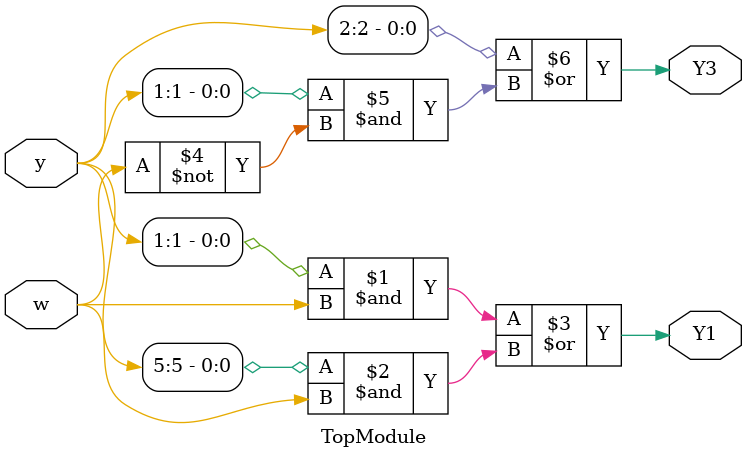
<source format=sv>

module TopModule (
    input  wire [6:0] y, // 7 bits
    input  wire w,
    output wire Y1,
    output wire Y3
);

    // Y2 corresponds to y[1]
    assign Y1 = (y[1] & w) | (y[5] & w); // Derived logic for Y2

    // Y4 corresponds to y[3]
    assign Y3 = y[2] | (y[1] & ~w); // Derived logic for Y4

endmodule
</source>
